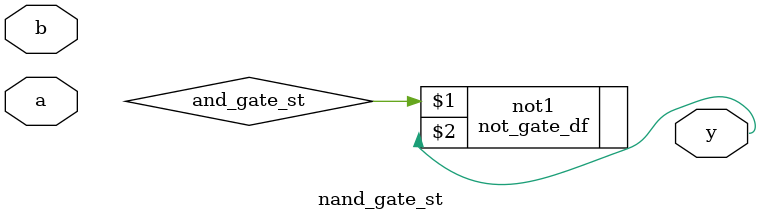
<source format=v>
`include "and_gate_df.v"
`include "not_gate_df.v"


module nand_gate_st ( input a ,b,output y) ;
	wire and_out ;
	and_gate_df and1 (a,b,and_out);
	not_gate_df not1 (and_gate_st,y);
endmodule
</source>
